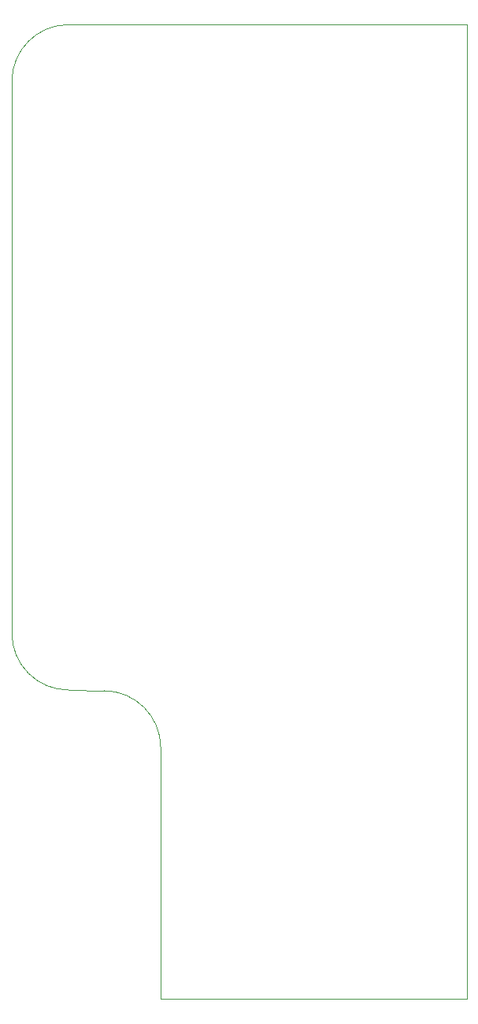
<source format=gm1>
G04 #@! TF.GenerationSoftware,KiCad,Pcbnew,9.0.0*
G04 #@! TF.CreationDate,2025-04-10T20:16:32-07:00*
G04 #@! TF.ProjectId,ESP32_S2_SOLO_N4 Kicad Reference Design,45535033-325f-4533-925f-534f4c4f5f4e,rev?*
G04 #@! TF.SameCoordinates,Original*
G04 #@! TF.FileFunction,Profile,NP*
%FSLAX46Y46*%
G04 Gerber Fmt 4.6, Leading zero omitted, Abs format (unit mm)*
G04 Created by KiCad (PCBNEW 9.0.0) date 2025-04-10 20:16:32*
%MOMM*%
%LPD*%
G01*
G04 APERTURE LIST*
G04 #@! TA.AperFunction,Profile*
%ADD10C,0.100000*%
G04 #@! TD*
G04 APERTURE END LIST*
D10*
X98806000Y-164973000D02*
X65913000Y-164973000D01*
X49911000Y-67647000D02*
X49911000Y-66319400D01*
X56007000Y-131743000D02*
G75*
G02*
X49911000Y-125647000I0J6096000D01*
G01*
X59817000Y-131826000D02*
G75*
G02*
X65913000Y-137922000I0J-6096000D01*
G01*
X65913000Y-164973000D02*
X65913000Y-137922000D01*
X56007000Y-60223400D02*
X98806000Y-60223400D01*
X56007000Y-131743000D02*
X59817000Y-131826000D01*
X49911000Y-67647000D02*
X49911000Y-125647000D01*
X49911000Y-66319400D02*
G75*
G02*
X56007000Y-60223400I6096000J0D01*
G01*
X98806000Y-61551000D02*
X98806000Y-60223400D01*
X98806000Y-61551000D02*
X98806000Y-164973000D01*
M02*

</source>
